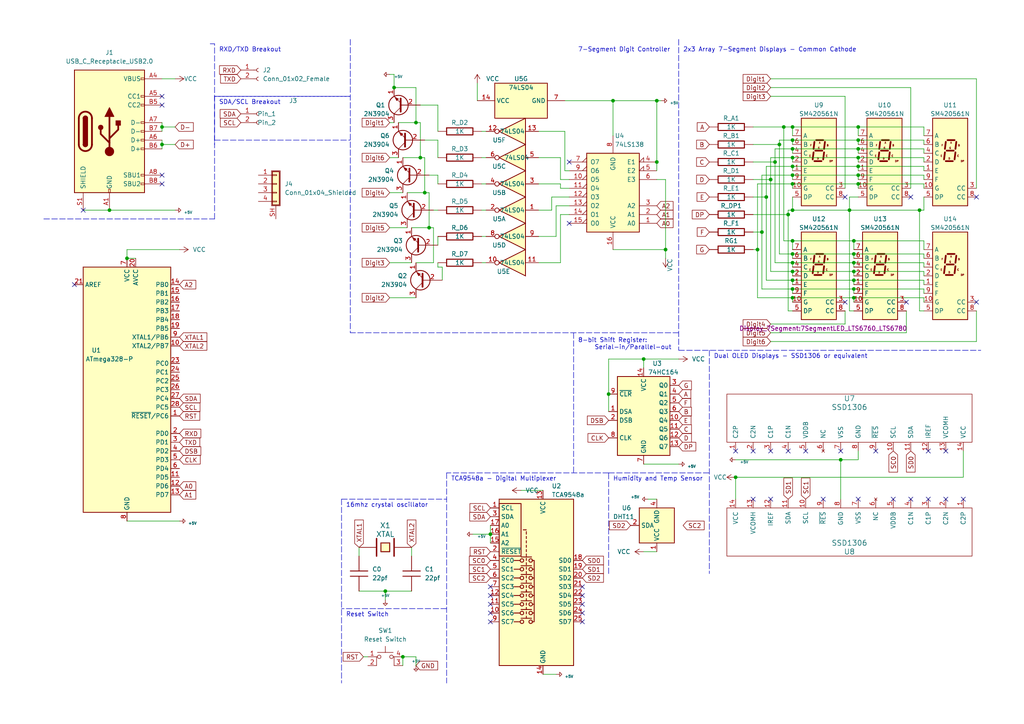
<source format=kicad_sch>
(kicad_sch (version 20211123) (generator eeschema)
  (paper "A4")
  (junction (at 247.65 73.66))
  (junction (at 227.33 36.83))
  (junction (at 247.65 86.36))
  (junction (at 229.87 76.2))
  (junction (at 111.76 171.45))
  (junction (at 266.7 60.96))
  (junction (at 248.92 36.83))
  (junction (at 229.87 40.64))
  (junction (at 248.92 48.26))
  (junction (at 220.98 67.31))
  (junction (at 248.92 40.64))
  (junction (at 247.65 83.82))
  (junction (at 248.92 43.18))
  (junction (at 31.75 60.96))
  (junction (at 121.92 45.72))
  (junction (at 219.71 72.39))
  (junction (at 229.87 48.26))
  (junction (at 190.5 29.21))
  (junction (at 114.3 25.4))
  (junction (at 229.87 50.8))
  (junction (at 224.79 46.99))
  (junction (at 124.46 66.04))
  (junction (at 229.87 43.18))
  (junction (at 229.87 81.28))
  (junction (at 243.84 133.35))
  (junction (at 176.53 114.3))
  (junction (at 247.65 78.74))
  (junction (at 248.92 53.34))
  (junction (at 229.87 86.36))
  (junction (at 248.92 45.72))
  (junction (at 229.87 60.96))
  (junction (at 248.92 50.8))
  (junction (at 177.8 29.21))
  (junction (at 46.99 41.91))
  (junction (at 228.6 62.23))
  (junction (at 116.84 190.5))
  (junction (at 247.65 69.85))
  (junction (at 120.65 35.56))
  (junction (at 193.04 72.39))
  (junction (at 223.52 52.07))
  (junction (at 186.69 104.14))
  (junction (at 229.87 69.85))
  (junction (at 222.25 57.15))
  (junction (at 247.65 81.28))
  (junction (at 123.19 55.88))
  (junction (at 247.65 76.2))
  (junction (at 229.87 83.82))
  (junction (at 213.36 138.43))
  (junction (at 229.87 53.34))
  (junction (at 142.24 154.94))
  (junction (at 190.5 46.99))
  (junction (at 229.87 73.66))
  (junction (at 229.87 78.74))
  (junction (at 36.83 74.93))
  (junction (at 229.87 45.72))
  (junction (at 246.38 60.96))
  (junction (at 229.87 36.83))
  (junction (at 226.06 41.91))
  (junction (at 46.99 36.83))
  (no_connect (at 283.21 57.15))
  (no_connect (at 245.11 57.15))
  (no_connect (at 264.16 57.15))
  (no_connect (at 46.99 27.94))
  (no_connect (at 46.99 30.48))
  (no_connect (at 24.13 60.96))
  (no_connect (at 283.21 87.63))
  (no_connect (at 245.11 87.63))
  (no_connect (at 262.89 87.63))
  (no_connect (at 165.1 64.77))
  (no_connect (at 165.1 46.99))
  (no_connect (at 46.99 53.34))
  (no_connect (at 46.99 50.8))
  (no_connect (at 269.24 144.78))
  (no_connect (at 264.16 144.78))
  (no_connect (at 279.4 144.78))
  (no_connect (at 274.32 144.78))
  (no_connect (at 259.08 144.78))
  (no_connect (at 218.44 144.78))
  (no_connect (at 223.52 144.78))
  (no_connect (at 248.92 144.78))
  (no_connect (at 238.76 144.78))
  (no_connect (at 168.91 170.18))
  (no_connect (at 168.91 172.72))
  (no_connect (at 168.91 175.26))
  (no_connect (at 168.91 177.8))
  (no_connect (at 168.91 180.34))
  (no_connect (at 142.24 180.34))
  (no_connect (at 142.24 177.8))
  (no_connect (at 142.24 175.26))
  (no_connect (at 142.24 170.18))
  (no_connect (at 142.24 172.72))
  (no_connect (at 243.84 130.81))
  (no_connect (at 254 130.81))
  (no_connect (at 269.24 130.81))
  (no_connect (at 233.68 130.81))
  (no_connect (at 218.44 130.81))
  (no_connect (at 223.52 130.81))
  (no_connect (at 228.6 130.81))
  (no_connect (at 274.32 130.81))
  (no_connect (at 213.36 130.81))
  (no_connect (at 21.59 82.55))
  (polyline (pts (xy 62.23 27.94) (xy 101.6 27.94)))
  (wire (pts (xy 267.97 57.15) (xy 267.97 60.96)))
  (wire (pts (xy 267.97 73.66) (xy 247.65 73.66)))
  (wire (pts (xy 218.44 62.23) (xy 228.6 62.23)))
  (wire (pts (xy 283.21 90.17) (xy 283.21 99.06)))
  (wire (pts (xy 223.52 96.52) (xy 262.89 96.52)))
  (wire (pts (xy 191.77 29.21) (xy 190.5 29.21)))
  (wire (pts (xy 190.5 160.02) (xy 186.69 160.02)))
  (wire (pts (xy 193.04 72.39) (xy 193.04 74.93)))
  (wire (pts (xy 162.56 52.07) (xy 162.56 45.72)))
  (wire (pts (xy 228.6 90.17) (xy 228.6 62.23)))
  (polyline (pts (xy 101.6 11.43) (xy 101.6 96.52)))
  (wire (pts (xy 248.92 45.72) (xy 248.92 46.99)))
  (wire (pts (xy 190.5 29.21) (xy 190.5 46.99)))
  (wire (pts (xy 266.7 60.96) (xy 246.38 60.96)))
  (polyline (pts (xy 62.23 40.64) (xy 101.6 40.64)))
  (wire (pts (xy 127 50.8) (xy 127 53.34)))
  (wire (pts (xy 229.87 83.82) (xy 247.65 83.82)))
  (wire (pts (xy 162.56 53.34) (xy 156.21 53.34)))
  (wire (pts (xy 267.97 74.93) (xy 267.97 73.66)))
  (wire (pts (xy 267.97 76.2) (xy 267.97 77.47)))
  (wire (pts (xy 190.5 144.78) (xy 187.96 144.78)))
  (wire (pts (xy 139.7 76.2) (xy 140.97 76.2)))
  (wire (pts (xy 119.38 158.75) (xy 119.38 161.29)))
  (wire (pts (xy 246.38 57.15) (xy 248.92 57.15)))
  (wire (pts (xy 160.02 60.96) (xy 156.21 60.96)))
  (wire (pts (xy 247.65 83.82) (xy 267.97 83.82)))
  (wire (pts (xy 264.16 54.61) (xy 264.16 25.4)))
  (wire (pts (xy 267.97 50.8) (xy 267.97 52.07)))
  (wire (pts (xy 190.5 52.07) (xy 193.04 52.07)))
  (wire (pts (xy 157.48 195.58) (xy 161.29 195.58)))
  (wire (pts (xy 218.44 72.39) (xy 219.71 72.39)))
  (wire (pts (xy 121.92 35.56) (xy 120.65 35.56)))
  (wire (pts (xy 229.87 90.17) (xy 228.6 90.17)))
  (wire (pts (xy 127 30.48) (xy 121.92 30.48)))
  (wire (pts (xy 248.92 45.72) (xy 267.97 45.72)))
  (wire (pts (xy 229.87 86.36) (xy 229.87 87.63)))
  (wire (pts (xy 46.99 35.56) (xy 46.99 36.83)))
  (wire (pts (xy 267.97 78.74) (xy 267.97 80.01)))
  (polyline (pts (xy 60.96 12.7) (xy 62.23 12.7)))
  (wire (pts (xy 222.25 48.26) (xy 222.25 57.15)))
  (wire (pts (xy 120.65 190.5) (xy 116.84 190.5)))
  (wire (pts (xy 267.97 53.34) (xy 267.97 54.61)))
  (wire (pts (xy 229.87 86.36) (xy 247.65 86.36)))
  (wire (pts (xy 224.79 46.99) (xy 224.79 76.2)))
  (polyline (pts (xy 129.54 176.53) (xy 99.06 176.53)))
  (wire (pts (xy 124.46 50.8) (xy 127 50.8)))
  (wire (pts (xy 247.65 83.82) (xy 247.65 85.09)))
  (wire (pts (xy 113.03 55.88) (xy 116.84 55.88)))
  (wire (pts (xy 223.52 78.74) (xy 229.87 78.74)))
  (wire (pts (xy 46.99 41.91) (xy 50.8 41.91)))
  (wire (pts (xy 218.44 46.99) (xy 224.79 46.99)))
  (wire (pts (xy 229.87 81.28) (xy 229.87 82.55)))
  (polyline (pts (xy 129.54 137.16) (xy 129.54 198.12)))
  (wire (pts (xy 229.87 50.8) (xy 248.92 50.8)))
  (wire (pts (xy 229.87 57.15) (xy 229.87 60.96)))
  (wire (pts (xy 279.4 130.81) (xy 279.4 138.43)))
  (wire (pts (xy 139.7 68.58) (xy 140.97 68.58)))
  (wire (pts (xy 267.97 60.96) (xy 266.7 60.96)))
  (wire (pts (xy 228.6 62.23) (xy 228.6 60.96)))
  (wire (pts (xy 128.27 77.47) (xy 127 77.47)))
  (wire (pts (xy 123.19 55.88) (xy 123.19 45.72)))
  (wire (pts (xy 116.84 45.72) (xy 121.92 45.72)))
  (wire (pts (xy 125.73 76.2) (xy 125.73 66.04)))
  (wire (pts (xy 247.65 73.66) (xy 247.65 74.93)))
  (wire (pts (xy 115.57 35.56) (xy 120.65 35.56)))
  (wire (pts (xy 124.46 55.88) (xy 123.19 55.88)))
  (wire (pts (xy 229.87 40.64) (xy 248.92 40.64)))
  (wire (pts (xy 229.87 83.82) (xy 229.87 85.09)))
  (wire (pts (xy 151.13 142.24) (xy 157.48 142.24)))
  (wire (pts (xy 186.69 134.62) (xy 196.85 134.62)))
  (wire (pts (xy 229.87 36.83) (xy 227.33 36.83)))
  (wire (pts (xy 229.87 60.96) (xy 246.38 60.96)))
  (wire (pts (xy 163.83 38.1) (xy 156.21 38.1)))
  (wire (pts (xy 160.02 57.15) (xy 165.1 57.15)))
  (polyline (pts (xy 99.06 144.78) (xy 99.06 198.12)))
  (wire (pts (xy 219.71 53.34) (xy 219.71 72.39)))
  (wire (pts (xy 113.03 35.56) (xy 114.3 35.56)))
  (wire (pts (xy 262.89 90.17) (xy 262.89 96.52)))
  (wire (pts (xy 229.87 48.26) (xy 229.87 49.53)))
  (wire (pts (xy 127 77.47) (xy 127 76.2)))
  (wire (pts (xy 220.98 83.82) (xy 229.87 83.82)))
  (wire (pts (xy 36.83 74.93) (xy 39.37 74.93)))
  (polyline (pts (xy 101.6 27.94) (xy 62.23 27.94)))
  (wire (pts (xy 218.44 57.15) (xy 222.25 57.15)))
  (wire (pts (xy 218.44 36.83) (xy 227.33 36.83)))
  (wire (pts (xy 120.65 76.2) (xy 125.73 76.2)))
  (wire (pts (xy 104.14 171.45) (xy 111.76 171.45)))
  (wire (pts (xy 36.83 151.13) (xy 52.07 151.13)))
  (wire (pts (xy 127 30.48) (xy 127 38.1)))
  (wire (pts (xy 247.65 81.28) (xy 247.65 82.55)))
  (wire (pts (xy 139.7 38.1) (xy 140.97 38.1)))
  (wire (pts (xy 223.52 25.4) (xy 264.16 25.4)))
  (wire (pts (xy 113.03 45.72) (xy 115.57 45.72)))
  (wire (pts (xy 248.92 40.64) (xy 267.97 40.64)))
  (wire (pts (xy 229.87 45.72) (xy 223.52 45.72)))
  (wire (pts (xy 267.97 36.83) (xy 267.97 39.37)))
  (wire (pts (xy 190.5 46.99) (xy 190.5 49.53)))
  (wire (pts (xy 226.06 40.64) (xy 226.06 41.91)))
  (wire (pts (xy 119.38 66.04) (xy 124.46 66.04)))
  (polyline (pts (xy 196.85 101.6) (xy 284.48 101.6)))
  (polyline (pts (xy 12.7 63.5) (xy 62.23 63.5)))
  (wire (pts (xy 247.65 73.66) (xy 229.87 73.66)))
  (wire (pts (xy 177.8 29.21) (xy 177.8 39.37)))
  (polyline (pts (xy 176.53 137.16) (xy 205.74 137.16)))
  (wire (pts (xy 224.79 43.18) (xy 224.79 46.99)))
  (wire (pts (xy 177.8 72.39) (xy 193.04 72.39)))
  (polyline (pts (xy 196.85 11.43) (xy 196.85 101.6)))
  (wire (pts (xy 228.6 60.96) (xy 229.87 60.96)))
  (wire (pts (xy 229.87 50.8) (xy 229.87 52.07)))
  (wire (pts (xy 229.87 76.2) (xy 247.65 76.2)))
  (wire (pts (xy 229.87 40.64) (xy 226.06 40.64)))
  (wire (pts (xy 165.1 49.53) (xy 163.83 49.53)))
  (wire (pts (xy 267.97 81.28) (xy 267.97 82.55)))
  (wire (pts (xy 229.87 53.34) (xy 248.92 53.34)))
  (wire (pts (xy 229.87 76.2) (xy 224.79 76.2)))
  (wire (pts (xy 247.65 69.85) (xy 267.97 69.85)))
  (wire (pts (xy 121.92 45.72) (xy 121.92 35.56)))
  (polyline (pts (xy 99.06 144.78) (xy 129.54 144.78)))
  (wire (pts (xy 248.92 48.26) (xy 248.92 49.53)))
  (wire (pts (xy 137.16 154.94) (xy 142.24 154.94)))
  (wire (pts (xy 186.69 104.14) (xy 196.85 104.14)))
  (wire (pts (xy 105.41 190.5) (xy 106.68 190.5)))
  (wire (pts (xy 213.36 138.43) (xy 213.36 144.78)))
  (wire (pts (xy 161.29 59.69) (xy 165.1 59.69)))
  (polyline (pts (xy 62.23 63.5) (xy 62.23 12.7)))
  (wire (pts (xy 248.92 130.81) (xy 248.92 133.35)))
  (polyline (pts (xy 176.53 137.16) (xy 129.54 137.16)))
  (wire (pts (xy 229.87 73.66) (xy 229.87 74.93)))
  (wire (pts (xy 46.99 40.64) (xy 46.99 41.91)))
  (wire (pts (xy 186.69 104.14) (xy 186.69 106.68)))
  (wire (pts (xy 245.11 90.17) (xy 245.11 93.98)))
  (wire (pts (xy 227.33 69.85) (xy 229.87 69.85)))
  (wire (pts (xy 223.52 22.86) (xy 283.21 22.86)))
  (wire (pts (xy 156.21 45.72) (xy 162.56 45.72)))
  (wire (pts (xy 248.92 53.34) (xy 248.92 54.61)))
  (wire (pts (xy 176.53 104.14) (xy 186.69 104.14)))
  (wire (pts (xy 229.87 69.85) (xy 229.87 72.39)))
  (wire (pts (xy 36.83 72.39) (xy 36.83 74.93)))
  (wire (pts (xy 104.14 158.75) (xy 104.14 161.29)))
  (wire (pts (xy 222.25 81.28) (xy 229.87 81.28)))
  (wire (pts (xy 125.73 66.04) (xy 124.46 66.04)))
  (wire (pts (xy 123.19 40.64) (xy 127 40.64)))
  (wire (pts (xy 113.03 76.2) (xy 119.38 76.2)))
  (wire (pts (xy 247.65 81.28) (xy 267.97 81.28)))
  (wire (pts (xy 163.83 29.21) (xy 177.8 29.21)))
  (wire (pts (xy 248.92 36.83) (xy 229.87 36.83)))
  (wire (pts (xy 161.29 68.58) (xy 156.21 68.58)))
  (wire (pts (xy 114.3 25.4) (xy 120.65 25.4)))
  (wire (pts (xy 213.36 133.35) (xy 243.84 133.35)))
  (wire (pts (xy 229.87 36.83) (xy 229.87 39.37)))
  (wire (pts (xy 120.65 190.5) (xy 120.65 193.04)))
  (wire (pts (xy 229.87 45.72) (xy 248.92 45.72)))
  (wire (pts (xy 283.21 54.61) (xy 283.21 22.86)))
  (wire (pts (xy 267.97 69.85) (xy 267.97 72.39)))
  (polyline (pts (xy 196.85 96.52) (xy 101.6 96.52)))
  (wire (pts (xy 248.92 43.18) (xy 248.92 44.45)))
  (wire (pts (xy 229.87 81.28) (xy 247.65 81.28)))
  (wire (pts (xy 162.56 54.61) (xy 162.56 53.34)))
  (wire (pts (xy 222.25 48.26) (xy 229.87 48.26)))
  (wire (pts (xy 248.92 53.34) (xy 267.97 53.34)))
  (wire (pts (xy 113.03 21.59) (xy 114.3 21.59)))
  (wire (pts (xy 160.02 57.15) (xy 160.02 60.96)))
  (wire (pts (xy 247.65 76.2) (xy 267.97 76.2)))
  (wire (pts (xy 247.65 69.85) (xy 247.65 72.39)))
  (wire (pts (xy 46.99 41.91) (xy 46.99 43.18)))
  (wire (pts (xy 229.87 69.85) (xy 247.65 69.85)))
  (wire (pts (xy 193.04 52.07) (xy 193.04 72.39)))
  (polyline (pts (xy 62.23 27.94) (xy 62.23 41.91)))
  (wire (pts (xy 125.73 60.96) (xy 127 60.96)))
  (wire (pts (xy 226.06 41.91) (xy 226.06 73.66)))
  (wire (pts (xy 218.44 52.07) (xy 223.52 52.07)))
  (wire (pts (xy 229.87 78.74) (xy 247.65 78.74)))
  (wire (pts (xy 127 68.58) (xy 127 71.12)))
  (wire (pts (xy 229.87 53.34) (xy 219.71 53.34)))
  (wire (pts (xy 139.7 45.72) (xy 140.97 45.72)))
  (wire (pts (xy 142.24 154.94) (xy 142.24 157.48)))
  (wire (pts (xy 227.33 36.83) (xy 227.33 69.85)))
  (polyline (pts (xy 166.37 96.52) (xy 166.37 137.16)))
  (wire (pts (xy 222.25 57.15) (xy 222.25 81.28)))
  (wire (pts (xy 46.99 36.83) (xy 46.99 38.1)))
  (wire (pts (xy 247.65 86.36) (xy 247.65 87.63)))
  (wire (pts (xy 247.65 76.2) (xy 247.65 77.47)))
  (wire (pts (xy 223.52 27.94) (xy 245.11 27.94)))
  (wire (pts (xy 111.76 171.45) (xy 119.38 171.45)))
  (wire (pts (xy 36.83 72.39) (xy 52.07 72.39)))
  (wire (pts (xy 229.87 41.91) (xy 229.87 40.64)))
  (wire (pts (xy 128.27 81.28) (xy 128.27 77.47)))
  (wire (pts (xy 248.92 40.64) (xy 248.92 41.91)))
  (wire (pts (xy 229.87 50.8) (xy 220.98 50.8)))
  (wire (pts (xy 229.87 78.74) (xy 229.87 80.01)))
  (wire (pts (xy 266.7 90.17) (xy 266.7 60.96)))
  (wire (pts (xy 218.44 67.31) (xy 220.98 67.31)))
  (wire (pts (xy 113.03 86.36) (xy 120.65 86.36)))
  (wire (pts (xy 127 40.64) (xy 127 45.72)))
  (wire (pts (xy 114.3 21.59) (xy 114.3 25.4)))
  (wire (pts (xy 113.03 66.04) (xy 118.11 66.04)))
  (wire (pts (xy 229.87 73.66) (xy 226.06 73.66)))
  (wire (pts (xy 120.65 35.56) (xy 120.65 25.4)))
  (wire (pts (xy 267.97 40.64) (xy 267.97 41.91)))
  (wire (pts (xy 138.43 24.13) (xy 138.43 29.21)))
  (wire (pts (xy 220.98 50.8) (xy 220.98 67.31)))
  (wire (pts (xy 223.52 93.98) (xy 245.11 93.98)))
  (polyline (pts (xy 176.53 166.37) (xy 176.53 137.16)))
  (wire (pts (xy 165.1 52.07) (xy 162.56 52.07)))
  (wire (pts (xy 245.11 54.61) (xy 245.11 27.94)))
  (wire (pts (xy 248.92 50.8) (xy 248.92 52.07)))
  (wire (pts (xy 162.56 76.2) (xy 162.56 62.23)))
  (wire (pts (xy 267.97 45.72) (xy 267.97 46.99)))
  (wire (pts (xy 123.19 45.72) (xy 121.92 45.72)))
  (polyline (pts (xy 205.74 101.6) (xy 205.74 166.37)))
  (wire (pts (xy 247.65 78.74) (xy 267.97 78.74)))
  (wire (pts (xy 243.84 144.78) (xy 243.84 133.35)))
  (wire (pts (xy 223.52 45.72) (xy 223.52 52.07)))
  (wire (pts (xy 247.65 86.36) (xy 267.97 86.36)))
  (wire (pts (xy 162.56 62.23) (xy 165.1 62.23)))
  (wire (pts (xy 50.8 22.86) (xy 46.99 22.86)))
  (wire (pts (xy 246.38 57.15) (xy 246.38 60.96)))
  (wire (pts (xy 176.53 114.3) (xy 176.53 119.38)))
  (wire (pts (xy 163.83 49.53) (xy 163.83 38.1)))
  (wire (pts (xy 46.99 36.83) (xy 50.8 36.83)))
  (wire (pts (xy 223.52 52.07) (xy 223.52 78.74)))
  (wire (pts (xy 24.13 60.96) (xy 31.75 60.96)))
  (wire (pts (xy 142.24 152.4) (xy 142.24 154.94)))
  (wire (pts (xy 176.53 104.14) (xy 176.53 114.3)))
  (wire (pts (xy 223.52 99.06) (xy 283.21 99.06)))
  (wire (pts (xy 139.7 60.96) (xy 140.97 60.96)))
  (wire (pts (xy 229.87 45.72) (xy 229.87 46.99)))
  (wire (pts (xy 229.87 76.2) (xy 229.87 77.47)))
  (wire (pts (xy 213.36 138.43) (xy 279.4 138.43)))
  (wire (pts (xy 161.29 59.69) (xy 161.29 68.58)))
  (wire (pts (xy 165.1 54.61) (xy 162.56 54.61)))
  (wire (pts (xy 248.92 48.26) (xy 267.97 48.26)))
  (wire (pts (xy 124.46 66.04) (xy 124.46 55.88)))
  (wire (pts (xy 248.92 43.18) (xy 267.97 43.18)))
  (wire (pts (xy 267.97 86.36) (xy 267.97 87.63)))
  (wire (pts (xy 219.71 86.36) (xy 229.87 86.36)))
  (wire (pts (xy 224.79 43.18) (xy 229.87 43.18)))
  (wire (pts (xy 246.38 60.96) (xy 246.38 90.17)))
  (wire (pts (xy 229.87 43.18) (xy 229.87 44.45)))
  (wire (pts (xy 218.44 41.91) (xy 226.06 41.91)))
  (wire (pts (xy 248.92 36.83) (xy 267.97 36.83)))
  (wire (pts (xy 219.71 72.39) (xy 219.71 86.36)))
  (wire (pts (xy 139.7 53.34) (xy 140.97 53.34)))
  (wire (pts (xy 229.87 53.34) (xy 229.87 54.61)))
  (wire (pts (xy 111.76 173.99) (xy 111.76 171.45)))
  (wire (pts (xy 247.65 90.17) (xy 246.38 90.17)))
  (wire (pts (xy 118.11 55.88) (xy 123.19 55.88)))
  (wire (pts (xy 156.21 76.2) (xy 162.56 76.2)))
  (wire (pts (xy 267.97 90.17) (xy 266.7 90.17)))
  (wire (pts (xy 229.87 48.26) (xy 248.92 48.26)))
  (wire (pts (xy 177.8 29.21) (xy 190.5 29.21)))
  (wire (pts (xy 31.75 60.96) (xy 50.8 60.96)))
  (wire (pts (xy 247.65 78.74) (xy 247.65 80.01)))
  (wire (pts (xy 116.84 190.5) (xy 116.84 193.04)))
  (wire (pts (xy 248.92 50.8) (xy 267.97 50.8)))
  (wire (pts (xy 248.92 133.35) (xy 243.84 133.35)))
  (wire (pts (xy 229.87 43.18) (xy 248.92 43.18)))
  (wire (pts (xy 267.97 48.26) (xy 267.97 49.53)))
  (wire (pts (xy 248.92 39.37) (xy 248.92 36.83)))
  (wire (pts (xy 267.97 83.82) (xy 267.97 85.09)))
  (wire (pts (xy 220.98 67.31) (xy 220.98 83.82)))
  (wire (pts (xy 267.97 43.18) (xy 267.97 44.45)))
  (text "Dual OLED Displays - SSD1306 or equivalent\n" (at 207.01 104.14 0) (effects (font (size 1.27 1.27)) (justify left bottom)))
  (text "8-bit Shift Register: \n	Serial-in/Parallel-out" (at 167.64 101.6 0) (effects (font (size 1.27 1.27)) (justify left bottom)))
  (text "Reset Switch\n" (at 100.33 179.07 0) (effects (font (size 1.27 1.27)) (justify left bottom)))
  (text "SDA/SCL Breakout\n" (at 63.5 30.48 0) (effects (font (size 1.27 1.27)) (justify left bottom)))
  (text "16mhz crystal oscillator" (at 100.33 147.32 0) (effects (font (size 1.27 1.27)) (justify left bottom)))
  (text "2x3 Array 7-Segment Displays - Common Cathode" (at 198.12 15.24 0) (effects (font (size 1.27 1.27)) (justify left bottom)))
  (text "7-Segment Digit Controller\n" (at 167.64 15.24 0) (effects (font (size 1.27 1.27)) (justify left bottom)))
  (text "Humidity and Temp Sensor" (at 177.8 139.7 0) (effects (font (size 1.27 1.27)) (justify left bottom)))
  (text "RXD/TXD Breakout\n" (at 63.5 15.24 0) (effects (font (size 1.27 1.27)) (justify left bottom)))
  (text "TCA9548a - Digital Multiplexer\n" (at 130.81 139.7 0) (effects (font (size 1.27 1.27)) (justify left bottom)))
  (global_label "SD1" (shape input) (at 168.91 165.1 0) (property "Intersheet References" "${INTERSHEET_REFS}" (effects hide)))
  (global_label "DP" (shape input) (at 205.74 62.23 180) (property "Intersheet References" "${INTERSHEET_REFS}" (effects hide)))
  (global_label "E" (shape input) (at 196.85 121.92 0) (property "Intersheet References" "${INTERSHEET_REFS}" (effects hide)))
  (global_label "F" (shape input) (at 205.74 67.31 180) (property "Intersheet References" "${INTERSHEET_REFS}" (effects hide)))
  (global_label "XTAL2" (shape input) (at 52.07 100.33 0) (property "Intersheet References" "${INTERSHEET_REFS}" (effects hide)))
  (global_label "A" (shape input) (at 205.74 36.83 180) (property "Intersheet References" "${INTERSHEET_REFS}" (effects hide)))
  (global_label "Digit5" (shape input) (at 223.52 96.52 180) (property "Intersheet References" "${INTERSHEET_REFS}" (effects hide)))
  (global_label "Digit4" (shape input) (at 223.52 93.98 180) (property "Intersheet References" "${INTERSHEET_REFS}" (effects hide)))
  (global_label "Digit2" (shape input) (at 223.52 25.4 180) (property "Intersheet References" "${INTERSHEET_REFS}" (effects hide)))
  (global_label "CLK" (shape input) (at 52.07 133.35 0) (property "Intersheet References" "${INTERSHEET_REFS}" (effects hide)))
  (global_label "E" (shape input) (at 205.74 57.15 180) (property "Intersheet References" "${INTERSHEET_REFS}" (effects hide)))
  (global_label "A" (shape input) (at 196.85 114.3 0) (property "Intersheet References" "${INTERSHEET_REFS}" (effects hide)))
  (global_label "SC2" (shape input) (at 142.24 167.64 180) (property "Intersheet References" "${INTERSHEET_REFS}" (effects hide)))
  (global_label "SC0" (shape input) (at 259.08 130.81 270) (property "Intersheet References" "${INTERSHEET_REFS}" (effects hide)))
  (global_label "SC2" (shape input) (at 198.12 152.4 0) (property "Intersheet References" "${INTERSHEET_REFS}" (effects hide)))
  (global_label "Digit3" (shape input) (at 113.03 76.2 180) (property "Intersheet References" "${INTERSHEET_REFS}" (effects hide)))
  (global_label "Digit3" (shape input) (at 223.52 27.94 180) (property "Intersheet References" "${INTERSHEET_REFS}" (effects hide)))
  (global_label "RST" (shape input) (at 105.41 190.5 180) (property "Intersheet References" "${INTERSHEET_REFS}" (effects hide)))
  (global_label "SD1" (shape input) (at 228.6 144.78 90) (property "Intersheet References" "${INTERSHEET_REFS}" (effects hide)))
  (global_label "RXD" (shape input) (at 69.85 20.32 180) (property "Intersheet References" "${INTERSHEET_REFS}" (effects hide)))
  (global_label "D" (shape input) (at 196.85 127 0) (property "Intersheet References" "${INTERSHEET_REFS}" (effects hide)))
  (global_label "XTAL1" (shape input) (at 104.14 158.75 90) (property "Intersheet References" "${INTERSHEET_REFS}" (effects hide)))
  (global_label "SC1" (shape input) (at 233.68 144.78 90) (property "Intersheet References" "${INTERSHEET_REFS}" (effects hide)))
  (global_label "Digit6" (shape input) (at 113.03 45.72 180) (property "Intersheet References" "${INTERSHEET_REFS}" (effects hide)))
  (global_label "DP" (shape input) (at 196.85 129.54 0) (property "Intersheet References" "${INTERSHEET_REFS}" (effects hide)))
  (global_label "A1" (shape input) (at 190.5 62.23 0) (property "Intersheet References" "${INTERSHEET_REFS}" (effects hide)))
  (global_label "RXD" (shape input) (at 52.07 125.73 0) (property "Intersheet References" "${INTERSHEET_REFS}" (effects hide)))
  (global_label "SC1" (shape input) (at 142.24 165.1 180) (property "Intersheet References" "${INTERSHEET_REFS}" (effects hide)))
  (global_label "A1" (shape input) (at 52.07 143.51 0) (property "Intersheet References" "${INTERSHEET_REFS}" (effects hide)))
  (global_label "SCL" (shape input) (at 52.07 118.11 0) (property "Intersheet References" "${INTERSHEET_REFS}" (effects hide)))
  (global_label "B" (shape input) (at 205.74 41.91 180) (property "Intersheet References" "${INTERSHEET_REFS}" (effects hide)))
  (global_label "B" (shape input) (at 196.85 119.38 0) (property "Intersheet References" "${INTERSHEET_REFS}" (effects hide)))
  (global_label "XTAL1" (shape input) (at 52.07 97.79 0) (property "Intersheet References" "${INTERSHEET_REFS}" (effects hide)))
  (global_label "SCL" (shape input) (at 142.24 147.32 180) (property "Intersheet References" "${INTERSHEET_REFS}" (effects hide)))
  (global_label "TXD" (shape input) (at 69.85 22.86 180) (property "Intersheet References" "${INTERSHEET_REFS}" (effects hide)))
  (global_label "RST" (shape input) (at 142.24 160.02 180) (property "Intersheet References" "${INTERSHEET_REFS}" (effects hide)))
  (global_label "XTAL2" (shape input) (at 119.38 158.75 90) (property "Intersheet References" "${INTERSHEET_REFS}" (effects hide)))
  (global_label "Digit1" (shape input) (at 223.52 22.86 180) (property "Intersheet References" "${INTERSHEET_REFS}" (effects hide)))
  (global_label "Digit1" (shape input) (at 113.03 35.56 180) (property "Intersheet References" "${INTERSHEET_REFS}" (effects hide)))
  (global_label "SD0" (shape input) (at 168.91 162.56 0) (property "Intersheet References" "${INTERSHEET_REFS}" (effects hide)))
  (global_label "SD0" (shape input) (at 264.16 130.81 270) (property "Intersheet References" "${INTERSHEET_REFS}" (effects hide)))
  (global_label "SD2" (shape input) (at 182.88 152.4 180) (property "Intersheet References" "${INTERSHEET_REFS}" (effects hide)))
  (global_label "Digit2" (shape input) (at 113.03 86.36 180) (property "Intersheet References" "${INTERSHEET_REFS}" (effects hide)))
  (global_label "A2" (shape input) (at 52.07 82.55 0) (property "Intersheet References" "${INTERSHEET_REFS}" (effects hide)))
  (global_label "C" (shape input) (at 196.85 124.46 0) (property "Intersheet References" "${INTERSHEET_REFS}" (effects hide)))
  (global_label "GND" (shape input) (at 120.65 193.04 0) (property "Intersheet References" "${INTERSHEET_REFS}" (effects hide)))
  (global_label "A0" (shape input) (at 52.07 140.97 0) (property "Intersheet References" "${INTERSHEET_REFS}" (effects hide)))
  (global_label "A2" (shape input) (at 190.5 59.69 0) (property "Intersheet References" "${INTERSHEET_REFS}" (effects hide)))
  (global_label "D" (shape input) (at 205.74 52.07 180) (property "Intersheet References" "${INTERSHEET_REFS}" (effects hide)))
  (global_label "RST" (shape input) (at 52.07 120.65 0) (property "Intersheet References" "${INTERSHEET_REFS}" (effects hide)))
  (global_label "DSB" (shape input) (at 176.53 121.92 180) (property "Intersheet References" "${INTERSHEET_REFS}" (effects hide)))
  (global_label "Digit6" (shape input) (at 223.52 99.06 180) (property "Intersheet References" "${INTERSHEET_REFS}" (effects hide)))
  (global_label "DSB" (shape input) (at 52.07 130.81 0) (property "Intersheet References" "${INTERSHEET_REFS}" (effects hide)))
  (global_label "SCL" (shape input) (at 69.85 35.56 180) (property "Intersheet References" "${INTERSHEET_REFS}" (effects hide)))
  (global_label "SC0" (shape input) (at 142.24 162.56 180) (property "Intersheet References" "${INTERSHEET_REFS}" (effects hide)))
  (global_label "C" (shape input) (at 205.74 46.99 180) (property "Intersheet References" "${INTERSHEET_REFS}" (effects hide)))
  (global_label "SDA" (shape input) (at 69.85 33.02 180) (property "Intersheet References" "${INTERSHEET_REFS}" (effects hide)))
  (global_label "F" (shape input) (at 196.85 116.84 0) (property "Intersheet References" "${INTERSHEET_REFS}" (effects hide)))
  (global_label "Digit5" (shape input) (at 113.03 66.04 180) (property "Intersheet References" "${INTERSHEET_REFS}" (effects hide)))
  (global_label "CLK" (shape input) (at 176.53 127 180) (property "Intersheet References" "${INTERSHEET_REFS}" (effects hide)))
  (global_label "SD2" (shape input) (at 168.91 167.64 0) (property "Intersheet References" "${INTERSHEET_REFS}" (effects hide)))
  (global_label "TXD" (shape input) (at 52.07 128.27 0) (property "Intersheet References" "${INTERSHEET_REFS}" (effects hide)))
  (global_label "G" (shape input) (at 205.74 72.39 180) (property "Intersheet References" "${INTERSHEET_REFS}" (effects hide)))
  (global_label "SDA" (shape input) (at 142.24 149.86 180) (property "Intersheet References" "${INTERSHEET_REFS}" (effects hide)))
  (global_label "D+" (shape input) (at 50.8 41.91 0) (property "Intersheet References" "${INTERSHEET_REFS}" (effects hide)))
  (global_label "A0" (shape input) (at 190.5 64.77 0) (property "Intersheet References" "${INTERSHEET_REFS}" (effects hide)))
  (global_label "Digit4" (shape input) (at 113.03 55.88 180) (property "Intersheet References" "${INTERSHEET_REFS}" (effects hide)))
  (global_label "SDA" (shape input) (at 52.07 115.57 0) (property "Intersheet References" "${INTERSHEET_REFS}" (effects hide)))
  (global_label "D-" (shape input) (at 50.8 36.83 0) (property "Intersheet References" "${INTERSHEET_REFS}" (effects hide)))
  (global_label "G" (shape input) (at 196.85 111.76 0) (property "Intersheet References" "${INTERSHEET_REFS}" (effects hide)))
  (symbol (lib_id "74xx:74LS04") (at 148.59 38.1 180) (unit 6)
    (property "Reference" "U5" (at 144.78 40.64 0))
    (property "Value" "74LS04" (at 148.59 38.1 0))
    (property "Footprint" "Package_DIP:DIP-14_W7.62mm_Socket" (effects hide))
    (property "Datasheet" "http://www.ti.com/lit/gpn/sn74LS04" (effects hide))
  )
  (symbol (lib_id "Transistor_BJT:2N3904") (at 121.92 71.12 180) (unit 1)
    (property "Reference" "Q3" (at 116.84 69.8499 0) (effects (justify left)))
    (property "Value" "2N3904" (at 116.84 72.3899 0) (effects (justify left)))
    (property "Footprint" "Package_TO_SOT_THT:TO-92_Inline" (effects hide))
    (property "Datasheet" "https://www.onsemi.com/pub/Collateral/2N3903-D.PDF" (effects hide))
  )
  (symbol (lib_id "Sensor:DHT11") (at 190.5 152.4 180) (unit 1)
    (property "Reference" "U6" (at 180.34 147.32 0) (effects (justify right)))
    (property "Value" "DHT11" (at 177.8 149.86 0) (effects (justify right)))
    (property "Footprint" "Sensor:Aosong_DHT11_5.5x12.0_P2.54mm" (effects hide))
    (property "Datasheet" "http://akizukidenshi.com/download/ds/aosong/DHT11.pdf" (effects hide))
  )
  (symbol (lib_id "keyboard_parts:R") (at 133.35 60.96 90) (unit 1)
    (property "Reference" "R_D5" (at 133.35 58.42 90))
    (property "Value" "1K" (at 133.35 60.96 90))
    (property "Footprint" "Resistor_THT:R_Axial_DIN0207_L6.3mm_D2.5mm_P10.16mm_Horizontal" (effects hide))
  )
  (symbol (lib_id "Display_Character:SM420561N") (at 256.54 46.99 0) (unit 1)
    (property "Reference" "U10" (at 256.54 30.48 0))
    (property "Value" "SM420561N" (at 256.54 33.02 0))
    (property "Footprint" "Display_7Segment:7SegmentLED_LTS6760_LTS6780" (effects hide))
    (property "Datasheet" "https://datasheet.lcsc.com/szlcsc/Wuxi-ARK-Tech-Elec-SM420561N_C141367.pdf" (effects hide))
  )
  (symbol (lib_id "74xx:74LS138") (at 177.8 57.15 180) (unit 1)
    (property "Reference" "U4" (at 178.3206 39.37 0) (effects (justify right)))
    (property "Value" "74LS138" (at 178.3206 41.91 0) (effects (justify right)))
    (property "Footprint" "Package_DIP:DIP-16_W7.62mm_Socket" (effects hide))
    (property "Datasheet" "http://www.ti.com/lit/gpn/sn74LS138" (effects hide))
  )
  (symbol (lib_id "Display_Character:SM420561N") (at 275.59 46.99 0) (unit 1)
    (property "Reference" "U11" (at 275.59 30.48 0))
    (property "Value" "SM420561N" (at 275.59 33.02 0))
    (property "Footprint" "Display_7Segment:7SegmentLED_LTS6760_LTS6780" (effects hide))
    (property "Datasheet" "https://datasheet.lcsc.com/szlcsc/Wuxi-ARK-Tech-Elec-SM420561N_C141367.pdf" (effects hide))
  )
  (symbol (lib_name "SSD1306_1") (lib_id "SSD1306_OLED-0.91-128x32:SSD1306") (at 246.38 144.78 180) (unit 1)
    (property "Reference" "U8" (at 246.38 160.02 0) (effects (font (size 1.524 1.524))))
    (property "Value" "SSD1306" (at 246.38 157.48 0) (effects (font (size 1.524 1.524))))
    (property "Footprint" "WS2812B:IC2_Display_4_Pin" (effects hide))
    (pin "8" (alternate "GND"))
  )
  (symbol (lib_id "keyboard_parts:R") (at 212.09 46.99 90) (unit 1)
    (property "Reference" "R_C1" (at 212.09 44.45 90))
    (property "Value" "1K" (at 212.09 46.99 90))
    (property "Footprint" "Resistor_THT:R_Axial_DIN0207_L6.3mm_D2.5mm_P10.16mm_Horizontal" (effects hide))
  )
  (symbol (lib_id "Connector_Generic_Shielded:Conn_01x04_Shielded") (at 80.01 53.34 0) (unit 1)
    (property "Reference" "J4" (at 82.55 53.3399 0) (effects (justify left)))
    (property "Value" "Conn_01x04_Shielded" (at 82.55 55.8799 0) (effects (justify left)))
    (property "Footprint" "Connector_PinHeader_2.54mm:PinHeader_1x05_P2.54mm_Horizontal" (effects hide))
  )
  (symbol (lib_id "Display_Character:SM420561N") (at 237.49 80.01 0) (unit 1)
    (property "Reference" "U12" (at 237.49 63.5 0))
    (property "Value" "SM420561N" (at 237.49 66.04 0))
    (property "Footprint" "Display_7Segment:7SegmentLED_LTS6760_LTS6780" (at 238.76 95.25 0))
    (property "Datasheet" "https://datasheet.lcsc.com/szlcsc/Wuxi-ARK-Tech-Elec-SM420561N_C141367.pdf" (effects hide))
  )
  (symbol (lib_id "power:VCC") (at 52.07 72.39 270) (unit 1)
    (property "Reference" "#PWR0101" (effects hide))
    (property "Value" "VCC" (at 55.88 72.3899 90) (effects (justify left)))
  )
  (symbol (lib_id "MCU_Microchip_ATmega:ATmega328-P") (at 36.83 113.03 0) (unit 1)
    (property "Reference" "U1" (at 27.94 101.6 0))
    (property "Value" "ATmega328-P" (at 31.75 104.14 0))
    (property "Footprint" "Package_DIP:DIP-28_W7.62mm" (effects hide))
    (property "Datasheet" "http://ww1.microchip.com/downloads/en/DeviceDoc/ATmega328_P%20AVR%20MCU%20with%20picoPower%20Technology%20Data%20Sheet%2040001984A.pdf" (effects hide))
  )
  (symbol (lib_id "keyboard_parts:GND") (at 111.76 173.99 0) (unit 1)
    (property "Reference" "#PWR0107" (effects hide))
    (property "Value" "GND" (at 111.76 172.72 0) (effects (font (size 0.762 0.762))))
  )
  (symbol (lib_id "Display_Character:SM420561N") (at 237.49 46.99 0) (unit 1)
    (property "Reference" "U9" (at 237.49 30.48 0))
    (property "Value" "SM420561N" (at 237.49 33.02 0))
    (property "Footprint" "Display_7Segment:7SegmentLED_LTS6760_LTS6780" (effects hide))
    (property "Datasheet" "https://datasheet.lcsc.com/szlcsc/Wuxi-ARK-Tech-Elec-SM420561N_C141367.pdf" (effects hide))
  )
  (symbol (lib_id "ws2812b:TCA9548a") (at 153.67 163.83 0) (unit 1)
    (property "Reference" "U2" (at 160.02 140.97 0) (effects (justify left)))
    (property "Value" "TCA9548a" (at 160.02 143.51 0) (effects (justify left)))
  )
  (symbol (lib_id "keyboard_parts:R") (at 133.35 45.72 90) (unit 1)
    (property "Reference" "R_D3" (at 133.35 43.18 90))
    (property "Value" "1K" (at 133.35 45.72 90))
    (property "Footprint" "Resistor_THT:R_Axial_DIN0207_L6.3mm_D2.5mm_P10.16mm_Horizontal" (effects hide))
  )
  (symbol (lib_id "74xx:74LS04") (at 148.59 60.96 180) (unit 1)
    (property "Reference" "U5" (at 144.78 63.5 0))
    (property "Value" "74LS04" (at 148.59 60.96 0))
    (property "Footprint" "Package_DIP:DIP-14_W7.62mm_Socket" (effects hide))
    (property "Datasheet" "http://www.ti.com/lit/gpn/sn74LS04" (effects hide))
  )
  (symbol (lib_id "power:VCC") (at 50.8 22.86 270) (unit 1)
    (property "Reference" "#PWR0113" (effects hide))
    (property "Value" "VCC" (at 53.34 22.86 90) (effects (justify left)))
  )
  (symbol (lib_id "keyboard_parts:GND") (at 113.03 21.59 270) (unit 1)
    (property "Reference" "#PWR0118" (effects hide))
    (property "Value" "GND" (at 114.3 22.225 90) (effects (font (size 0.762 0.762)) (justify left)))
  )
  (symbol (lib_id "Display_Character:SM420561N") (at 255.27 80.01 0) (unit 1)
    (property "Reference" "U13" (at 255.27 63.5 0))
    (property "Value" "SM420561N" (at 255.27 66.04 0))
    (property "Footprint" "Display_7Segment:7SegmentLED_LTS6760_LTS6780" (effects hide))
    (property "Datasheet" "https://datasheet.lcsc.com/szlcsc/Wuxi-ARK-Tech-Elec-SM420561N_C141367.pdf" (effects hide))
  )
  (symbol (lib_id "74xx:74LS04") (at 151.13 29.21 90) (unit 7)
    (property "Reference" "U5" (at 151.13 22.86 90))
    (property "Value" "74LS04" (at 151.13 25.4 90))
    (property "Footprint" "Package_DIP:DIP-14_W7.62mm_Socket" (effects hide))
    (property "Datasheet" "http://www.ti.com/lit/gpn/sn74LS04" (effects hide))
  )
  (symbol (lib_id "74xx:74LS04") (at 148.59 68.58 180) (unit 4)
    (property "Reference" "U5" (at 144.78 71.12 0))
    (property "Value" "74LS04" (at 148.59 68.58 0))
    (property "Footprint" "Package_DIP:DIP-14_W7.62mm_Socket" (effects hide))
    (property "Datasheet" "http://www.ti.com/lit/gpn/sn74LS04" (effects hide))
  )
  (symbol (lib_id "keyboard_parts:C") (at 119.38 166.37 0) (unit 1)
    (property "Reference" "C1" (at 123.19 165.0999 0) (effects (justify left)))
    (property "Value" "22pf" (at 123.19 167.6399 0) (effects (justify left)))
    (property "Footprint" "Capacitor_THT:C_Disc_D5.1mm_W3.2mm_P5.00mm" (effects hide))
  )
  (symbol (lib_id "keyboard_parts:GND") (at 161.29 195.58 90) (unit 1)
    (property "Reference" "#PWR0104" (effects hide))
    (property "Value" "GND" (at 163.83 196.215 90) (effects (font (size 0.762 0.762)) (justify right)))
  )
  (symbol (lib_id "Transistor_BJT:2N3904") (at 118.11 40.64 180) (unit 1)
    (property "Reference" "Q6" (at 113.03 39.3699 0) (effects (justify left)))
    (property "Value" "2N3904" (at 113.03 41.9099 0) (effects (justify left)))
    (property "Footprint" "Package_TO_SOT_THT:TO-92_Inline" (effects hide))
    (property "Datasheet" "https://www.onsemi.com/pub/Collateral/2N3903-D.PDF" (effects hide))
  )
  (symbol (lib_id "74xx:74LS04") (at 148.59 53.34 180) (unit 2)
    (property "Reference" "U5" (at 144.78 55.88 0))
    (property "Value" "74LS04" (at 148.59 53.34 0))
    (property "Footprint" "Package_DIP:DIP-14_W7.62mm_Socket" (effects hide))
    (property "Datasheet" "http://www.ti.com/lit/gpn/sn74LS04" (effects hide))
  )
  (symbol (lib_id "power:VCC") (at 138.43 24.13 0) (unit 1)
    (property "Reference" "#PWR0115" (effects hide))
    (property "Value" "VCC" (at 140.97 22.8599 0) (effects (justify left)))
  )
  (symbol (lib_id "keyboard_parts:GND") (at 213.36 133.35 270) (unit 1)
    (property "Reference" "#PWR0102" (effects hide))
    (property "Value" "GND" (at 214.63 133.985 90) (effects (font (size 0.762 0.762)) (justify left)))
  )
  (symbol (lib_id "keyboard_parts:GND") (at 191.77 29.21 90) (unit 1)
    (property "Reference" "#PWR0119" (effects hide))
    (property "Value" "GND" (at 194.31 29.845 90) (effects (font (size 0.762 0.762)) (justify right)))
  )
  (symbol (lib_id "keyboard_parts:R") (at 212.09 72.39 90) (unit 1)
    (property "Reference" "RG1" (at 212.09 69.85 90))
    (property "Value" "1K" (at 212.09 72.39 90))
    (property "Footprint" "Resistor_THT:R_Axial_DIN0207_L6.3mm_D2.5mm_P10.16mm_Horizontal" (effects hide))
  )
  (symbol (lib_id "keyboard_parts:R") (at 133.35 53.34 90) (unit 1)
    (property "Reference" "R_D4" (at 133.35 50.8 90))
    (property "Value" "1K" (at 133.35 53.34 90))
    (property "Footprint" "Resistor_THT:R_Axial_DIN0207_L6.3mm_D2.5mm_P10.16mm_Horizontal" (effects hide))
  )
  (symbol (lib_id "power:VCC") (at 151.13 142.24 90) (unit 1)
    (property "Reference" "#PWR0103" (effects hide))
    (property "Value" "VCC" (at 152.4 142.2399 90) (effects (justify right)))
  )
  (symbol (lib_id "Switch:SW_MEC_5E") (at 111.76 193.04 0) (unit 1)
    (property "Reference" "SW1" (at 111.76 182.88 0))
    (property "Value" "Reset Switch" (at 111.76 185.42 0))
    (property "Footprint" "Button_Switch_THT:SW_PUSH_6mm_H4.3mm" (effects hide))
    (property "Datasheet" "http://www.apem.com/int/index.php?controller=attachment&id_attachment=1371" (effects hide))
  )
  (symbol (lib_id "keyboard_parts:C") (at 104.14 166.37 0) (unit 1)
    (property "Reference" "C0" (at 107.95 165.0999 0) (effects (justify left)))
    (property "Value" "22pf" (at 107.95 167.6399 0) (effects (justify left)))
    (property "Footprint" "Capacitor_THT:C_Disc_D5.1mm_W3.2mm_P5.00mm" (effects hide))
  )
  (symbol (lib_id "keyboard_parts:R") (at 212.09 62.23 90) (unit 1)
    (property "Reference" "R_DP1" (at 212.09 59.69 90))
    (property "Value" "1K" (at 212.09 62.23 90))
    (property "Footprint" "Resistor_THT:R_Axial_DIN0207_L6.3mm_D2.5mm_P10.16mm_Horizontal" (effects hide))
  )
  (symbol (lib_id "power:VCC") (at 196.85 104.14 270) (unit 1)
    (property "Reference" "#PWR0117" (effects hide))
    (property "Value" "VCC" (at 200.66 104.1399 90) (effects (justify left)))
  )
  (symbol (lib_id "Transistor_BJT:2N3904") (at 120.65 60.96 180) (unit 1)
    (property "Reference" "Q5" (at 115.57 59.6899 0) (effects (justify left)))
    (property "Value" "2N3904" (at 115.57 62.2299 0) (effects (justify left)))
    (property "Footprint" "Package_TO_SOT_THT:TO-92_Inline" (effects hide))
    (property "Datasheet" "https://www.onsemi.com/pub/Collateral/2N3903-D.PDF" (effects hide))
  )
  (symbol (lib_id "keyboard_parts:R") (at 212.09 52.07 90) (unit 1)
    (property "Reference" "R_D1" (at 212.09 49.53 90))
    (property "Value" "1K" (at 212.09 52.07 90))
    (property "Footprint" "Resistor_THT:R_Axial_DIN0207_L6.3mm_D2.5mm_P10.16mm_Horizontal" (effects hide))
  )
  (symbol (lib_id "keyboard_parts:GND") (at 52.07 151.13 90) (unit 1)
    (property "Reference" "#PWR0110" (effects hide))
    (property "Value" "GND" (at 54.61 151.765 90) (effects (font (size 0.762 0.762)) (justify right)))
  )
  (symbol (lib_name "Conn_01x02_Female_1") (lib_id "Connector:Conn_01x02_Female") (at 74.93 33.02 0) (unit 1)
    (property "Reference" "J3" (at 83.82 29.21 0) (effects (justify left)))
    (property "Value" "Conn_01x02_Female" (effects hide))
    (property "Footprint" "Connector_PinHeader_2.54mm:PinHeader_1x02_P2.54mm_Vertical" (effects hide))
  )
  (symbol (lib_id "74xx:74LS04") (at 148.59 76.2 180) (unit 5)
    (property "Reference" "U5" (at 146.05 78.74 0))
    (property "Value" "74LS04" (at 148.59 76.2 0))
    (property "Footprint" "Package_DIP:DIP-14_W7.62mm_Socket" (effects hide))
    (property "Datasheet" "http://www.ti.com/lit/gpn/sn74LS04" (effects hide))
  )
  (symbol (lib_id "keyboard_parts:R") (at 133.35 76.2 90) (unit 1)
    (property "Reference" "R_D7" (at 133.35 73.66 90))
    (property "Value" "1K" (at 133.35 76.2 90))
    (property "Footprint" "Resistor_THT:R_Axial_DIN0207_L6.3mm_D2.5mm_P10.16mm_Horizontal" (effects hide))
  )
  (symbol (lib_id "keyboard_parts:R") (at 133.35 68.58 90) (unit 1)
    (property "Reference" "R_D6" (at 133.35 66.04 90))
    (property "Value" "1K" (at 133.35 68.58 90))
    (property "Footprint" "Resistor_THT:R_Axial_DIN0207_L6.3mm_D2.5mm_P10.16mm_Horizontal" (effects hide))
  )
  (symbol (lib_id "keyboard_parts:GND") (at 137.16 154.94 270) (unit 1)
    (property "Reference" "#PWR0111" (effects hide))
    (property "Value" "GND" (at 138.43 155.575 90) (effects (font (size 0.762 0.762)) (justify left)))
  )
  (symbol (lib_id "keyboard_parts:R") (at 133.35 38.1 90) (unit 1)
    (property "Reference" "R_D2" (at 133.35 35.56 90))
    (property "Value" "1K" (at 133.35 38.1 90))
    (property "Footprint" "Resistor_THT:R_Axial_DIN0207_L6.3mm_D2.5mm_P10.16mm_Horizontal" (effects hide))
  )
  (symbol (lib_id "keyboard_parts:GND") (at 50.8 60.96 90) (unit 1)
    (property "Reference" "#PWR0112" (effects hide))
    (property "Value" "GND" (at 53.34 61.595 90) (effects (font (size 0.762 0.762)) (justify right)))
  )
  (symbol (lib_id "keyboard_parts:XTAL") (at 111.76 158.75 0) (unit 1)
    (property "Reference" "X1" (at 111.76 152.4 0) (effects (font (size 1.524 1.524))))
    (property "Value" "XTAL" (at 111.76 154.94 0) (effects (font (size 1.524 1.524))))
    (property "Footprint" "Crystal:Crystal_HC49-4H_Vertical" (effects hide))
  )
  (symbol (lib_id "keyboard_parts:GND") (at 187.96 144.78 270) (unit 1)
    (property "Reference" "#PWR0106" (effects hide))
    (property "Value" "GND" (at 185.42 144.145 90) (effects (font (size 0.762 0.762)) (justify right)))
  )
  (symbol (lib_id "Transistor_BJT:2N3904") (at 123.19 81.28 180) (unit 1)
    (property "Reference" "Q2" (at 118.11 80.0099 0) (effects (justify left)))
    (property "Value" "2N3904" (at 118.11 82.5499 0) (effects (justify left)))
    (property "Footprint" "Package_TO_SOT_THT:TO-92_Inline" (effects hide))
    (property "Datasheet" "https://www.onsemi.com/pub/Collateral/2N3903-D.PDF" (effects hide))
  )
  (symbol (lib_id "keyboard_parts:R") (at 212.09 36.83 90) (unit 1)
    (property "Reference" "R_A1" (at 212.09 34.29 90))
    (property "Value" "1K" (at 212.09 36.83 90))
    (property "Footprint" "Resistor_THT:R_Axial_DIN0207_L6.3mm_D2.5mm_P10.16mm_Horizontal" (effects hide))
  )
  (symbol (lib_id "74xx:74HC164") (at 186.69 119.38 0) (unit 1)
    (property "Reference" "U3" (at 189.23 105.41 0) (effects (justify left)))
    (property "Value" "74HC164" (at 187.96 107.95 0) (effects (justify left)))
    (property "Footprint" "Package_DIP:DIP-14_W7.62mm_Socket" (effects hide))
    (property "Datasheet" "https://assets.nexperia.com/documents/data-sheet/74HC_HCT164.pdf" (effects hide))
  )
  (symbol (lib_id "power:VCC") (at 186.69 160.02 90) (unit 1)
    (property "Reference" "#PWR0105" (effects hide))
    (property "Value" "VCC" (at 182.88 160.0201 90) (effects (justify left)))
  )
  (symbol (lib_id "power:VCC") (at 213.36 138.43 90) (unit 1)
    (property "Reference" "#PWR0108" (effects hide))
    (property "Value" "VCC" (at 210.82 138.43 90) (effects (justify left)))
  )
  (symbol (lib_id "Transistor_BJT:2N3904") (at 116.84 30.48 180) (unit 1)
    (property "Reference" "Q1" (at 111.76 30.48 0) (effects (justify left)))
    (property "Value" "2N3904" (at 113.03 33.02 0) (effects (justify left)))
    (property "Footprint" "Package_TO_SOT_THT:TO-92_Inline" (effects hide))
    (property "Datasheet" "https://www.onsemi.com/pub/Collateral/2N3903-D.PDF" (effects hide))
  )
  (symbol (lib_name "SSD1306_2") (lib_id "SSD1306_OLED-0.91-128x32:SSD1306") (at 246.38 130.81 0) (unit 1)
    (property "Reference" "U7" (at 246.38 115.57 0) (effects (font (size 1.524 1.524))))
    (property "Value" "SSD1306" (at 246.38 118.11 0) (effects (font (size 1.524 1.524))))
    (property "Footprint" "WS2812B:IC2_Display_4_Pin" (effects hide))
  )
  (symbol (lib_id "Connector:USB_C_Receptacle_USB2.0") (at 31.75 38.1 0) (unit 1)
    (property "Reference" "J1" (at 31.75 15.24 0))
    (property "Value" "USB_C_Receptacle_USB2.0" (at 31.75 17.78 0))
    (property "Footprint" "Connector_PinHeader_2.54mm:PinHeader_1x05_P2.54mm_Vertical" (effects hide))
    (property "Datasheet" "https://www.usb.org/sites/default/files/documents/usb_type-c.zip" (effects hide))
  )
  (symbol (lib_id "power:VCC") (at 193.04 74.93 180) (unit 1)
    (property "Reference" "#PWR0109" (effects hide))
    (property "Value" "VCC" (at 194.31 74.93 90) (effects (justify left)))
  )
  (symbol (lib_id "Connector:Conn_01x02_Female") (at 74.93 20.32 0) (unit 1)
    (property "Reference" "J2" (at 76.2 20.3199 0) (effects (justify left)))
    (property "Value" "Conn_01x02_Female" (at 76.2 22.8599 0) (effects (justify left)))
    (property "Footprint" "Connector_PinHeader_2.54mm:PinHeader_1x02_P2.54mm_Vertical" (effects hide))
  )
  (symbol (lib_id "Transistor_BJT:2N3904") (at 119.38 50.8 180) (unit 1)
    (property "Reference" "Q4" (at 114.3 49.5299 0) (effects (justify left)))
    (property "Value" "2N3904" (at 114.3 52.0699 0) (effects (justify left)))
    (property "Footprint" "Package_TO_SOT_THT:TO-92_Inline" (effects hide))
    (property "Datasheet" "https://www.onsemi.com/pub/Collateral/2N3903-D.PDF" (effects hide))
  )
  (symbol (lib_id "keyboard_parts:R") (at 212.09 67.31 90) (unit 1)
    (property "Reference" "R_F1" (at 212.09 64.77 90))
    (property "Value" "1K" (at 212.09 67.31 90))
    (property "Footprint" "Resistor_THT:R_Axial_DIN0207_L6.3mm_D2.5mm_P10.16mm_Horizontal" (effects hide))
  )
  (symbol (lib_id "keyboard_parts:R") (at 212.09 41.91 90) (unit 1)
    (property "Reference" "R_B1" (at 212.09 39.37 90))
    (property "Value" "1K" (at 212.09 41.91 90))
    (property "Footprint" "Resistor_THT:R_Axial_DIN0207_L6.3mm_D2.5mm_P10.16mm_Horizontal" (effects hide))
  )
  (symbol (lib_id "Display_Character:SM420561N") (at 275.59 80.01 0) (unit 1)
    (property "Reference" "U14" (at 275.59 63.5 0))
    (property "Value" "SM420561N" (at 275.59 66.04 0))
    (property "Footprint" "Display_7Segment:7SegmentLED_LTS6760_LTS6780" (effects hide))
    (property "Datasheet" "https://datasheet.lcsc.com/szlcsc/Wuxi-ARK-Tech-Elec-SM420561N_C141367.pdf" (effects hide))
  )
  (symbol (lib_id "keyboard_parts:GND") (at 120.65 193.04 0) (unit 1)
    (property "Reference" "#PWR0114" (effects hide))
    (property "Value" "GND" (at 120.65 191.77 0) (effects (font (size 0.762 0.762))))
  )
  (symbol (lib_id "keyboard_parts:R") (at 212.09 57.15 90) (unit 1)
    (property "Reference" "R_E1" (at 212.09 54.61 90))
    (property "Value" "1K" (at 212.09 57.15 90))
    (property "Footprint" "Resistor_THT:R_Axial_DIN0207_L6.3mm_D2.5mm_P10.16mm_Horizontal" (effects hide))
  )
  (symbol (lib_id "keyboard_parts:GND") (at 196.85 134.62 90) (unit 1)
    (property "Reference" "#PWR0116" (effects hide))
    (property "Value" "GND" (at 199.39 135.255 90) (effects (font (size 0.762 0.762)) (justify right)))
  )
  (symbol (lib_id "74xx:74LS04") (at 148.59 45.72 180) (unit 3)
    (property "Reference" "U5" (at 144.78 48.26 0))
    (property "Value" "74LS04" (at 149.86 45.72 0))
    (property "Footprint" "Package_DIP:DIP-14_W7.62mm_Socket" (effects hide))
    (property "Datasheet" "http://www.ti.com/lit/gpn/sn74LS04" (effects hide))
  )
)
</source>
